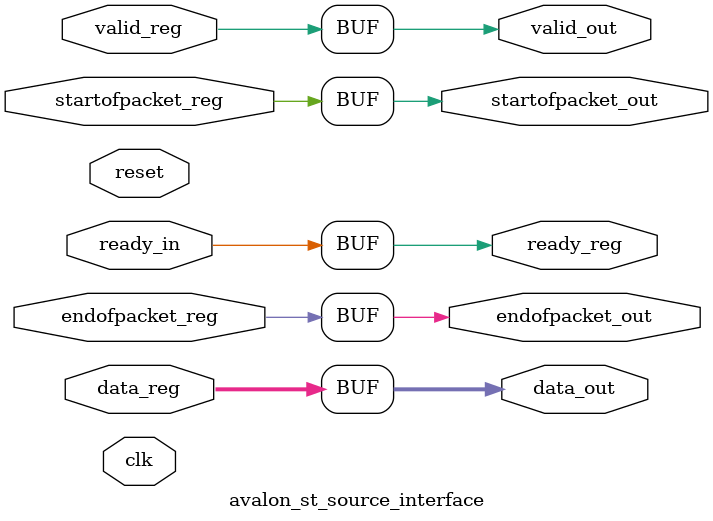
<source format=v>
/* PROYECTO CHS 2022/2023
 * Avalon streaming source interface de la IP de vídeo
 *
 * Implementación a partir de los recursos de Intel/Altera:
 *
 * Altera Corp, "Avalon Interface Specifications. 
 * Ch.6: Avalon Streaming Interfaces: 6.2: Avalon-ST Interface
 * Signals" document ver. 1.2, april 2009
*/

// Señales necesarias extraídas de la interfaz del 
// avalon_streaming_source del avalon_pixel_source del 
// video_dma_controller_ip_input, elemento del qsys que nos sirve los
// datos por streaming con un formato determinado.

// Señales necesarias: 
// clk, ready, valid, startofpacket, endofpacket, data[15:0]
// startofpacket y endofpacket indican el principio y fin de un frame?


module avalon_st_source_interface (
    
    input wire reset,  // reset
    input wire clk,  // reloj
    
    input wire ready_in,  // ready, señal del sink al source. Indica si la IP está lista para recibir datos al source anterior. Se pasa al registro, y del registro al sink, y del sink al anterior.
    output wire ready_reg,
    
    input wire valid_reg,  // salida de datos válidos
    output wire valid_out,  // salida de datos válidos
    
    input wire [15:0] data_reg,  // datos, registro de la IP
    output wire [15:0] data_out, // datos, salida
    
    input wire startofpacket_reg,  // indicador inicio frame, de la IP
    input wire endofpacket_reg,  // indicador fin frame, de la IP
    
    output wire startofpacket_out,  // indicador inicio frame, salida
    output wire endofpacket_out  // indicador fin frame, salida
);


// listo para recibir datos inmediatamente cuando el bloque inferior lo esté
assign ready_reg = ready_in;

// pasamos el válido con misma latencia que los datos
assign valid_out = valid_reg;

// transferencias para que sea accesible por la IP
assign data_out = data_reg;
assign startofpacket_out = startofpacket_reg;
assign endofpacket_out = endofpacket_reg;


/*
always @(posedge clk)
begin
    
    if (reset)  // Si hay un reset: borrar todos los registros
    begin
        data_out <= 16'd0;
    end
    
    else
    begin
        if (ready_reg)
        begin
            // pasamos el válido con misma latencia que los datos
            valid_out <= valid_reg;
            
            // transferencias para que sea accesible por la IP
            data_out <= data_reg;
            startofpacket_out <= startofpacket_reg;
            endofpacket_out <= endofpacket_reg;
        end
    end
end
*/


endmodule



</source>
